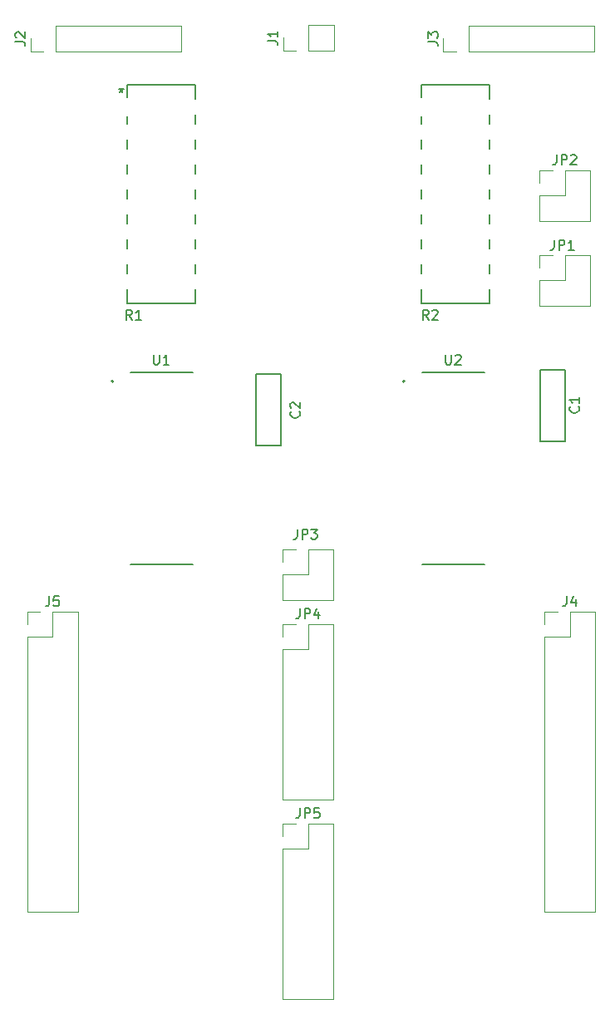
<source format=gbr>
%TF.GenerationSoftware,KiCad,Pcbnew,8.0.6*%
%TF.CreationDate,2024-12-14T14:17:38+01:00*%
%TF.ProjectId,satellite_board_6_keys,73617465-6c6c-4697-9465-5f626f617264,0*%
%TF.SameCoordinates,Original*%
%TF.FileFunction,Legend,Top*%
%TF.FilePolarity,Positive*%
%FSLAX46Y46*%
G04 Gerber Fmt 4.6, Leading zero omitted, Abs format (unit mm)*
G04 Created by KiCad (PCBNEW 8.0.6) date 2024-12-14 14:17:38*
%MOMM*%
%LPD*%
G01*
G04 APERTURE LIST*
%ADD10C,0.150000*%
%ADD11C,0.120000*%
%ADD12C,0.152400*%
%ADD13C,0.127000*%
%ADD14C,0.200000*%
G04 APERTURE END LIST*
D10*
X91741666Y-98724819D02*
X91741666Y-99439104D01*
X91741666Y-99439104D02*
X91694047Y-99581961D01*
X91694047Y-99581961D02*
X91598809Y-99677200D01*
X91598809Y-99677200D02*
X91455952Y-99724819D01*
X91455952Y-99724819D02*
X91360714Y-99724819D01*
X92694047Y-98724819D02*
X92217857Y-98724819D01*
X92217857Y-98724819D02*
X92170238Y-99201009D01*
X92170238Y-99201009D02*
X92217857Y-99153390D01*
X92217857Y-99153390D02*
X92313095Y-99105771D01*
X92313095Y-99105771D02*
X92551190Y-99105771D01*
X92551190Y-99105771D02*
X92646428Y-99153390D01*
X92646428Y-99153390D02*
X92694047Y-99201009D01*
X92694047Y-99201009D02*
X92741666Y-99296247D01*
X92741666Y-99296247D02*
X92741666Y-99534342D01*
X92741666Y-99534342D02*
X92694047Y-99629580D01*
X92694047Y-99629580D02*
X92646428Y-99677200D01*
X92646428Y-99677200D02*
X92551190Y-99724819D01*
X92551190Y-99724819D02*
X92313095Y-99724819D01*
X92313095Y-99724819D02*
X92217857Y-99677200D01*
X92217857Y-99677200D02*
X92170238Y-99629580D01*
X88274819Y-42248333D02*
X88989104Y-42248333D01*
X88989104Y-42248333D02*
X89131961Y-42295952D01*
X89131961Y-42295952D02*
X89227200Y-42391190D01*
X89227200Y-42391190D02*
X89274819Y-42534047D01*
X89274819Y-42534047D02*
X89274819Y-42629285D01*
X88370057Y-41819761D02*
X88322438Y-41772142D01*
X88322438Y-41772142D02*
X88274819Y-41676904D01*
X88274819Y-41676904D02*
X88274819Y-41438809D01*
X88274819Y-41438809D02*
X88322438Y-41343571D01*
X88322438Y-41343571D02*
X88370057Y-41295952D01*
X88370057Y-41295952D02*
X88465295Y-41248333D01*
X88465295Y-41248333D02*
X88560533Y-41248333D01*
X88560533Y-41248333D02*
X88703390Y-41295952D01*
X88703390Y-41295952D02*
X89274819Y-41867380D01*
X89274819Y-41867380D02*
X89274819Y-41248333D01*
X143438666Y-53766819D02*
X143438666Y-54481104D01*
X143438666Y-54481104D02*
X143391047Y-54623961D01*
X143391047Y-54623961D02*
X143295809Y-54719200D01*
X143295809Y-54719200D02*
X143152952Y-54766819D01*
X143152952Y-54766819D02*
X143057714Y-54766819D01*
X143914857Y-54766819D02*
X143914857Y-53766819D01*
X143914857Y-53766819D02*
X144295809Y-53766819D01*
X144295809Y-53766819D02*
X144391047Y-53814438D01*
X144391047Y-53814438D02*
X144438666Y-53862057D01*
X144438666Y-53862057D02*
X144486285Y-53957295D01*
X144486285Y-53957295D02*
X144486285Y-54100152D01*
X144486285Y-54100152D02*
X144438666Y-54195390D01*
X144438666Y-54195390D02*
X144391047Y-54243009D01*
X144391047Y-54243009D02*
X144295809Y-54290628D01*
X144295809Y-54290628D02*
X143914857Y-54290628D01*
X144867238Y-53862057D02*
X144914857Y-53814438D01*
X144914857Y-53814438D02*
X145010095Y-53766819D01*
X145010095Y-53766819D02*
X145248190Y-53766819D01*
X145248190Y-53766819D02*
X145343428Y-53814438D01*
X145343428Y-53814438D02*
X145391047Y-53862057D01*
X145391047Y-53862057D02*
X145438666Y-53957295D01*
X145438666Y-53957295D02*
X145438666Y-54052533D01*
X145438666Y-54052533D02*
X145391047Y-54195390D01*
X145391047Y-54195390D02*
X144819619Y-54766819D01*
X144819619Y-54766819D02*
X145438666Y-54766819D01*
X117276666Y-99994819D02*
X117276666Y-100709104D01*
X117276666Y-100709104D02*
X117229047Y-100851961D01*
X117229047Y-100851961D02*
X117133809Y-100947200D01*
X117133809Y-100947200D02*
X116990952Y-100994819D01*
X116990952Y-100994819D02*
X116895714Y-100994819D01*
X117752857Y-100994819D02*
X117752857Y-99994819D01*
X117752857Y-99994819D02*
X118133809Y-99994819D01*
X118133809Y-99994819D02*
X118229047Y-100042438D01*
X118229047Y-100042438D02*
X118276666Y-100090057D01*
X118276666Y-100090057D02*
X118324285Y-100185295D01*
X118324285Y-100185295D02*
X118324285Y-100328152D01*
X118324285Y-100328152D02*
X118276666Y-100423390D01*
X118276666Y-100423390D02*
X118229047Y-100471009D01*
X118229047Y-100471009D02*
X118133809Y-100518628D01*
X118133809Y-100518628D02*
X117752857Y-100518628D01*
X119181428Y-100328152D02*
X119181428Y-100994819D01*
X118943333Y-99947200D02*
X118705238Y-100661485D01*
X118705238Y-100661485D02*
X119324285Y-100661485D01*
X117022666Y-91910819D02*
X117022666Y-92625104D01*
X117022666Y-92625104D02*
X116975047Y-92767961D01*
X116975047Y-92767961D02*
X116879809Y-92863200D01*
X116879809Y-92863200D02*
X116736952Y-92910819D01*
X116736952Y-92910819D02*
X116641714Y-92910819D01*
X117498857Y-92910819D02*
X117498857Y-91910819D01*
X117498857Y-91910819D02*
X117879809Y-91910819D01*
X117879809Y-91910819D02*
X117975047Y-91958438D01*
X117975047Y-91958438D02*
X118022666Y-92006057D01*
X118022666Y-92006057D02*
X118070285Y-92101295D01*
X118070285Y-92101295D02*
X118070285Y-92244152D01*
X118070285Y-92244152D02*
X118022666Y-92339390D01*
X118022666Y-92339390D02*
X117975047Y-92387009D01*
X117975047Y-92387009D02*
X117879809Y-92434628D01*
X117879809Y-92434628D02*
X117498857Y-92434628D01*
X118403619Y-91910819D02*
X119022666Y-91910819D01*
X119022666Y-91910819D02*
X118689333Y-92291771D01*
X118689333Y-92291771D02*
X118832190Y-92291771D01*
X118832190Y-92291771D02*
X118927428Y-92339390D01*
X118927428Y-92339390D02*
X118975047Y-92387009D01*
X118975047Y-92387009D02*
X119022666Y-92482247D01*
X119022666Y-92482247D02*
X119022666Y-92720342D01*
X119022666Y-92720342D02*
X118975047Y-92815580D01*
X118975047Y-92815580D02*
X118927428Y-92863200D01*
X118927428Y-92863200D02*
X118832190Y-92910819D01*
X118832190Y-92910819D02*
X118546476Y-92910819D01*
X118546476Y-92910819D02*
X118451238Y-92863200D01*
X118451238Y-92863200D02*
X118403619Y-92815580D01*
X143184666Y-62446819D02*
X143184666Y-63161104D01*
X143184666Y-63161104D02*
X143137047Y-63303961D01*
X143137047Y-63303961D02*
X143041809Y-63399200D01*
X143041809Y-63399200D02*
X142898952Y-63446819D01*
X142898952Y-63446819D02*
X142803714Y-63446819D01*
X143660857Y-63446819D02*
X143660857Y-62446819D01*
X143660857Y-62446819D02*
X144041809Y-62446819D01*
X144041809Y-62446819D02*
X144137047Y-62494438D01*
X144137047Y-62494438D02*
X144184666Y-62542057D01*
X144184666Y-62542057D02*
X144232285Y-62637295D01*
X144232285Y-62637295D02*
X144232285Y-62780152D01*
X144232285Y-62780152D02*
X144184666Y-62875390D01*
X144184666Y-62875390D02*
X144137047Y-62923009D01*
X144137047Y-62923009D02*
X144041809Y-62970628D01*
X144041809Y-62970628D02*
X143660857Y-62970628D01*
X145184666Y-63446819D02*
X144613238Y-63446819D01*
X144898952Y-63446819D02*
X144898952Y-62446819D01*
X144898952Y-62446819D02*
X144803714Y-62589676D01*
X144803714Y-62589676D02*
X144708476Y-62684914D01*
X144708476Y-62684914D02*
X144613238Y-62732533D01*
X100163333Y-70558819D02*
X99830000Y-70082628D01*
X99591905Y-70558819D02*
X99591905Y-69558819D01*
X99591905Y-69558819D02*
X99972857Y-69558819D01*
X99972857Y-69558819D02*
X100068095Y-69606438D01*
X100068095Y-69606438D02*
X100115714Y-69654057D01*
X100115714Y-69654057D02*
X100163333Y-69749295D01*
X100163333Y-69749295D02*
X100163333Y-69892152D01*
X100163333Y-69892152D02*
X100115714Y-69987390D01*
X100115714Y-69987390D02*
X100068095Y-70035009D01*
X100068095Y-70035009D02*
X99972857Y-70082628D01*
X99972857Y-70082628D02*
X99591905Y-70082628D01*
X101115714Y-70558819D02*
X100544286Y-70558819D01*
X100830000Y-70558819D02*
X100830000Y-69558819D01*
X100830000Y-69558819D02*
X100734762Y-69701676D01*
X100734762Y-69701676D02*
X100639524Y-69796914D01*
X100639524Y-69796914D02*
X100544286Y-69844533D01*
X99060000Y-46940119D02*
X99060000Y-47178214D01*
X98821905Y-47082976D02*
X99060000Y-47178214D01*
X99060000Y-47178214D02*
X99298095Y-47082976D01*
X98917143Y-47368690D02*
X99060000Y-47178214D01*
X99060000Y-47178214D02*
X99202857Y-47368690D01*
X145647580Y-79414666D02*
X145695200Y-79462285D01*
X145695200Y-79462285D02*
X145742819Y-79605142D01*
X145742819Y-79605142D02*
X145742819Y-79700380D01*
X145742819Y-79700380D02*
X145695200Y-79843237D01*
X145695200Y-79843237D02*
X145599961Y-79938475D01*
X145599961Y-79938475D02*
X145504723Y-79986094D01*
X145504723Y-79986094D02*
X145314247Y-80033713D01*
X145314247Y-80033713D02*
X145171390Y-80033713D01*
X145171390Y-80033713D02*
X144980914Y-79986094D01*
X144980914Y-79986094D02*
X144885676Y-79938475D01*
X144885676Y-79938475D02*
X144790438Y-79843237D01*
X144790438Y-79843237D02*
X144742819Y-79700380D01*
X144742819Y-79700380D02*
X144742819Y-79605142D01*
X144742819Y-79605142D02*
X144790438Y-79462285D01*
X144790438Y-79462285D02*
X144838057Y-79414666D01*
X145742819Y-78462285D02*
X145742819Y-79033713D01*
X145742819Y-78747999D02*
X144742819Y-78747999D01*
X144742819Y-78747999D02*
X144885676Y-78843237D01*
X144885676Y-78843237D02*
X144980914Y-78938475D01*
X144980914Y-78938475D02*
X145028533Y-79033713D01*
X130319819Y-42243333D02*
X131034104Y-42243333D01*
X131034104Y-42243333D02*
X131176961Y-42290952D01*
X131176961Y-42290952D02*
X131272200Y-42386190D01*
X131272200Y-42386190D02*
X131319819Y-42529047D01*
X131319819Y-42529047D02*
X131319819Y-42624285D01*
X130319819Y-41862380D02*
X130319819Y-41243333D01*
X130319819Y-41243333D02*
X130700771Y-41576666D01*
X130700771Y-41576666D02*
X130700771Y-41433809D01*
X130700771Y-41433809D02*
X130748390Y-41338571D01*
X130748390Y-41338571D02*
X130796009Y-41290952D01*
X130796009Y-41290952D02*
X130891247Y-41243333D01*
X130891247Y-41243333D02*
X131129342Y-41243333D01*
X131129342Y-41243333D02*
X131224580Y-41290952D01*
X131224580Y-41290952D02*
X131272200Y-41338571D01*
X131272200Y-41338571D02*
X131319819Y-41433809D01*
X131319819Y-41433809D02*
X131319819Y-41719523D01*
X131319819Y-41719523D02*
X131272200Y-41814761D01*
X131272200Y-41814761D02*
X131224580Y-41862380D01*
X130389333Y-70558819D02*
X130056000Y-70082628D01*
X129817905Y-70558819D02*
X129817905Y-69558819D01*
X129817905Y-69558819D02*
X130198857Y-69558819D01*
X130198857Y-69558819D02*
X130294095Y-69606438D01*
X130294095Y-69606438D02*
X130341714Y-69654057D01*
X130341714Y-69654057D02*
X130389333Y-69749295D01*
X130389333Y-69749295D02*
X130389333Y-69892152D01*
X130389333Y-69892152D02*
X130341714Y-69987390D01*
X130341714Y-69987390D02*
X130294095Y-70035009D01*
X130294095Y-70035009D02*
X130198857Y-70082628D01*
X130198857Y-70082628D02*
X129817905Y-70082628D01*
X130770286Y-69654057D02*
X130817905Y-69606438D01*
X130817905Y-69606438D02*
X130913143Y-69558819D01*
X130913143Y-69558819D02*
X131151238Y-69558819D01*
X131151238Y-69558819D02*
X131246476Y-69606438D01*
X131246476Y-69606438D02*
X131294095Y-69654057D01*
X131294095Y-69654057D02*
X131341714Y-69749295D01*
X131341714Y-69749295D02*
X131341714Y-69844533D01*
X131341714Y-69844533D02*
X131294095Y-69987390D01*
X131294095Y-69987390D02*
X130722667Y-70558819D01*
X130722667Y-70558819D02*
X131341714Y-70558819D01*
X114009819Y-42173333D02*
X114724104Y-42173333D01*
X114724104Y-42173333D02*
X114866961Y-42220952D01*
X114866961Y-42220952D02*
X114962200Y-42316190D01*
X114962200Y-42316190D02*
X115009819Y-42459047D01*
X115009819Y-42459047D02*
X115009819Y-42554285D01*
X115009819Y-41173333D02*
X115009819Y-41744761D01*
X115009819Y-41459047D02*
X114009819Y-41459047D01*
X114009819Y-41459047D02*
X114152676Y-41554285D01*
X114152676Y-41554285D02*
X114247914Y-41649523D01*
X114247914Y-41649523D02*
X114295533Y-41744761D01*
X117199580Y-79922666D02*
X117247200Y-79970285D01*
X117247200Y-79970285D02*
X117294819Y-80113142D01*
X117294819Y-80113142D02*
X117294819Y-80208380D01*
X117294819Y-80208380D02*
X117247200Y-80351237D01*
X117247200Y-80351237D02*
X117151961Y-80446475D01*
X117151961Y-80446475D02*
X117056723Y-80494094D01*
X117056723Y-80494094D02*
X116866247Y-80541713D01*
X116866247Y-80541713D02*
X116723390Y-80541713D01*
X116723390Y-80541713D02*
X116532914Y-80494094D01*
X116532914Y-80494094D02*
X116437676Y-80446475D01*
X116437676Y-80446475D02*
X116342438Y-80351237D01*
X116342438Y-80351237D02*
X116294819Y-80208380D01*
X116294819Y-80208380D02*
X116294819Y-80113142D01*
X116294819Y-80113142D02*
X116342438Y-79970285D01*
X116342438Y-79970285D02*
X116390057Y-79922666D01*
X116390057Y-79541713D02*
X116342438Y-79494094D01*
X116342438Y-79494094D02*
X116294819Y-79398856D01*
X116294819Y-79398856D02*
X116294819Y-79160761D01*
X116294819Y-79160761D02*
X116342438Y-79065523D01*
X116342438Y-79065523D02*
X116390057Y-79017904D01*
X116390057Y-79017904D02*
X116485295Y-78970285D01*
X116485295Y-78970285D02*
X116580533Y-78970285D01*
X116580533Y-78970285D02*
X116723390Y-79017904D01*
X116723390Y-79017904D02*
X117294819Y-79589332D01*
X117294819Y-79589332D02*
X117294819Y-78970285D01*
X102362095Y-74130819D02*
X102362095Y-74940342D01*
X102362095Y-74940342D02*
X102409714Y-75035580D01*
X102409714Y-75035580D02*
X102457333Y-75083200D01*
X102457333Y-75083200D02*
X102552571Y-75130819D01*
X102552571Y-75130819D02*
X102743047Y-75130819D01*
X102743047Y-75130819D02*
X102838285Y-75083200D01*
X102838285Y-75083200D02*
X102885904Y-75035580D01*
X102885904Y-75035580D02*
X102933523Y-74940342D01*
X102933523Y-74940342D02*
X102933523Y-74130819D01*
X103933523Y-75130819D02*
X103362095Y-75130819D01*
X103647809Y-75130819D02*
X103647809Y-74130819D01*
X103647809Y-74130819D02*
X103552571Y-74273676D01*
X103552571Y-74273676D02*
X103457333Y-74368914D01*
X103457333Y-74368914D02*
X103362095Y-74416533D01*
X144446666Y-98724819D02*
X144446666Y-99439104D01*
X144446666Y-99439104D02*
X144399047Y-99581961D01*
X144399047Y-99581961D02*
X144303809Y-99677200D01*
X144303809Y-99677200D02*
X144160952Y-99724819D01*
X144160952Y-99724819D02*
X144065714Y-99724819D01*
X145351428Y-99058152D02*
X145351428Y-99724819D01*
X145113333Y-98677200D02*
X144875238Y-99391485D01*
X144875238Y-99391485D02*
X145494285Y-99391485D01*
X117276666Y-120314819D02*
X117276666Y-121029104D01*
X117276666Y-121029104D02*
X117229047Y-121171961D01*
X117229047Y-121171961D02*
X117133809Y-121267200D01*
X117133809Y-121267200D02*
X116990952Y-121314819D01*
X116990952Y-121314819D02*
X116895714Y-121314819D01*
X117752857Y-121314819D02*
X117752857Y-120314819D01*
X117752857Y-120314819D02*
X118133809Y-120314819D01*
X118133809Y-120314819D02*
X118229047Y-120362438D01*
X118229047Y-120362438D02*
X118276666Y-120410057D01*
X118276666Y-120410057D02*
X118324285Y-120505295D01*
X118324285Y-120505295D02*
X118324285Y-120648152D01*
X118324285Y-120648152D02*
X118276666Y-120743390D01*
X118276666Y-120743390D02*
X118229047Y-120791009D01*
X118229047Y-120791009D02*
X118133809Y-120838628D01*
X118133809Y-120838628D02*
X117752857Y-120838628D01*
X119229047Y-120314819D02*
X118752857Y-120314819D01*
X118752857Y-120314819D02*
X118705238Y-120791009D01*
X118705238Y-120791009D02*
X118752857Y-120743390D01*
X118752857Y-120743390D02*
X118848095Y-120695771D01*
X118848095Y-120695771D02*
X119086190Y-120695771D01*
X119086190Y-120695771D02*
X119181428Y-120743390D01*
X119181428Y-120743390D02*
X119229047Y-120791009D01*
X119229047Y-120791009D02*
X119276666Y-120886247D01*
X119276666Y-120886247D02*
X119276666Y-121124342D01*
X119276666Y-121124342D02*
X119229047Y-121219580D01*
X119229047Y-121219580D02*
X119181428Y-121267200D01*
X119181428Y-121267200D02*
X119086190Y-121314819D01*
X119086190Y-121314819D02*
X118848095Y-121314819D01*
X118848095Y-121314819D02*
X118752857Y-121267200D01*
X118752857Y-121267200D02*
X118705238Y-121219580D01*
X132113095Y-74130819D02*
X132113095Y-74940342D01*
X132113095Y-74940342D02*
X132160714Y-75035580D01*
X132160714Y-75035580D02*
X132208333Y-75083200D01*
X132208333Y-75083200D02*
X132303571Y-75130819D01*
X132303571Y-75130819D02*
X132494047Y-75130819D01*
X132494047Y-75130819D02*
X132589285Y-75083200D01*
X132589285Y-75083200D02*
X132636904Y-75035580D01*
X132636904Y-75035580D02*
X132684523Y-74940342D01*
X132684523Y-74940342D02*
X132684523Y-74130819D01*
X133113095Y-74226057D02*
X133160714Y-74178438D01*
X133160714Y-74178438D02*
X133255952Y-74130819D01*
X133255952Y-74130819D02*
X133494047Y-74130819D01*
X133494047Y-74130819D02*
X133589285Y-74178438D01*
X133589285Y-74178438D02*
X133636904Y-74226057D01*
X133636904Y-74226057D02*
X133684523Y-74321295D01*
X133684523Y-74321295D02*
X133684523Y-74416533D01*
X133684523Y-74416533D02*
X133636904Y-74559390D01*
X133636904Y-74559390D02*
X133065476Y-75130819D01*
X133065476Y-75130819D02*
X133684523Y-75130819D01*
D11*
%TO.C,J5*%
X89475000Y-100270000D02*
X90805000Y-100270000D01*
X89475000Y-101600000D02*
X89475000Y-100270000D01*
X89475000Y-102870000D02*
X89475000Y-130870000D01*
X89475000Y-102870000D02*
X92075000Y-102870000D01*
X89475000Y-130870000D02*
X94675000Y-130870000D01*
X92075000Y-100270000D02*
X94675000Y-100270000D01*
X92075000Y-102870000D02*
X92075000Y-100270000D01*
X94675000Y-100270000D02*
X94675000Y-130870000D01*
%TO.C,J2*%
X89820000Y-43245000D02*
X89820000Y-41915000D01*
X91150000Y-43245000D02*
X89820000Y-43245000D01*
X92420000Y-40585000D02*
X105180000Y-40585000D01*
X92420000Y-43245000D02*
X92420000Y-40585000D01*
X92420000Y-43245000D02*
X105180000Y-43245000D01*
X105180000Y-43245000D02*
X105180000Y-40585000D01*
%TO.C,JP2*%
X141672000Y-55312000D02*
X143002000Y-55312000D01*
X141672000Y-56642000D02*
X141672000Y-55312000D01*
X141672000Y-57912000D02*
X141672000Y-60512000D01*
X141672000Y-57912000D02*
X144272000Y-57912000D01*
X141672000Y-60512000D02*
X146872000Y-60512000D01*
X144272000Y-55312000D02*
X146872000Y-55312000D01*
X144272000Y-57912000D02*
X144272000Y-55312000D01*
X146872000Y-55312000D02*
X146872000Y-60512000D01*
%TO.C,JP4*%
X115510000Y-101540000D02*
X116840000Y-101540000D01*
X115510000Y-102870000D02*
X115510000Y-101540000D01*
X115510000Y-104140000D02*
X115510000Y-119440000D01*
X115510000Y-104140000D02*
X118110000Y-104140000D01*
X115510000Y-119440000D02*
X120710000Y-119440000D01*
X118110000Y-101540000D02*
X120710000Y-101540000D01*
X118110000Y-104140000D02*
X118110000Y-101540000D01*
X120710000Y-101540000D02*
X120710000Y-119440000D01*
%TO.C,JP3*%
X115510000Y-93920000D02*
X116840000Y-93920000D01*
X115510000Y-95250000D02*
X115510000Y-93920000D01*
X115510000Y-96520000D02*
X115510000Y-99120000D01*
X115510000Y-96520000D02*
X118110000Y-96520000D01*
X115510000Y-99120000D02*
X120710000Y-99120000D01*
X118110000Y-93920000D02*
X120710000Y-93920000D01*
X118110000Y-96520000D02*
X118110000Y-93920000D01*
X120710000Y-93920000D02*
X120710000Y-99120000D01*
%TO.C,JP1*%
X141672000Y-63948000D02*
X143002000Y-63948000D01*
X141672000Y-65278000D02*
X141672000Y-63948000D01*
X141672000Y-66548000D02*
X141672000Y-69148000D01*
X141672000Y-66548000D02*
X144272000Y-66548000D01*
X141672000Y-69148000D02*
X146872000Y-69148000D01*
X144272000Y-63948000D02*
X146872000Y-63948000D01*
X144272000Y-66548000D02*
X144272000Y-63948000D01*
X146872000Y-63948000D02*
X146872000Y-69148000D01*
D12*
%TO.C,R1*%
X99631500Y-46672500D02*
X99631500Y-47914560D01*
X99631500Y-49875440D02*
X99631500Y-50638351D01*
X99631500Y-52231649D02*
X99631500Y-53178351D01*
X99631500Y-54771649D02*
X99631500Y-55718351D01*
X99631500Y-57311649D02*
X99631500Y-58258351D01*
X99631500Y-59851649D02*
X99631500Y-60798351D01*
X99631500Y-62391649D02*
X99631500Y-63338351D01*
X99631500Y-64931649D02*
X99631500Y-65878351D01*
X99631500Y-67471649D02*
X99631500Y-68897500D01*
X99631500Y-68897500D02*
X106616500Y-68897500D01*
X106616500Y-46672500D02*
X99631500Y-46672500D01*
X106616500Y-48098351D02*
X106616500Y-46672500D01*
X106616500Y-50638351D02*
X106616500Y-49691649D01*
X106616500Y-53178351D02*
X106616500Y-52231649D01*
X106616500Y-55718351D02*
X106616500Y-54771649D01*
X106616500Y-58258351D02*
X106616500Y-57311649D01*
X106616500Y-60798351D02*
X106616500Y-59851649D01*
X106616500Y-63338351D02*
X106616500Y-62391649D01*
X106616500Y-65878351D02*
X106616500Y-64931649D01*
X106616500Y-68897500D02*
X106616500Y-67471649D01*
D13*
%TO.C,C1*%
X141752000Y-75685000D02*
X141752000Y-82985000D01*
X144252000Y-75685000D02*
X141752000Y-75685000D01*
X144252000Y-75685000D02*
X144252000Y-82985000D01*
X144252000Y-82985000D02*
X141752000Y-82985000D01*
D11*
%TO.C,J3*%
X131865000Y-43240000D02*
X131865000Y-41910000D01*
X133195000Y-43240000D02*
X131865000Y-43240000D01*
X134465000Y-40580000D02*
X147225000Y-40580000D01*
X134465000Y-43240000D02*
X134465000Y-40580000D01*
X134465000Y-43240000D02*
X147225000Y-43240000D01*
X147225000Y-43240000D02*
X147225000Y-40580000D01*
D12*
%TO.C,R2*%
X129603500Y-46672500D02*
X129603500Y-47914560D01*
X129603500Y-49875440D02*
X129603500Y-50638351D01*
X129603500Y-52231649D02*
X129603500Y-53178351D01*
X129603500Y-54771649D02*
X129603500Y-55718351D01*
X129603500Y-57311649D02*
X129603500Y-58258351D01*
X129603500Y-59851649D02*
X129603500Y-60798351D01*
X129603500Y-62391649D02*
X129603500Y-63338351D01*
X129603500Y-64931649D02*
X129603500Y-65878351D01*
X129603500Y-67471649D02*
X129603500Y-68897500D01*
X129603500Y-68897500D02*
X136588500Y-68897500D01*
X136588500Y-46672500D02*
X129603500Y-46672500D01*
X136588500Y-48098351D02*
X136588500Y-46672500D01*
X136588500Y-50638351D02*
X136588500Y-49691649D01*
X136588500Y-53178351D02*
X136588500Y-52231649D01*
X136588500Y-55718351D02*
X136588500Y-54771649D01*
X136588500Y-58258351D02*
X136588500Y-57311649D01*
X136588500Y-60798351D02*
X136588500Y-59851649D01*
X136588500Y-63338351D02*
X136588500Y-62391649D01*
X136588500Y-65878351D02*
X136588500Y-64931649D01*
X136588500Y-68897500D02*
X136588500Y-67471649D01*
D11*
%TO.C,J1*%
X115555000Y-43170000D02*
X115555000Y-41840000D01*
X116885000Y-43170000D02*
X115555000Y-43170000D01*
X118155000Y-40510000D02*
X120755000Y-40510000D01*
X118155000Y-43170000D02*
X118155000Y-40510000D01*
X118155000Y-43170000D02*
X120755000Y-43170000D01*
X120755000Y-43170000D02*
X120755000Y-40510000D01*
D13*
%TO.C,C2*%
X112796000Y-76106000D02*
X112796000Y-83406000D01*
X115296000Y-76106000D02*
X112796000Y-76106000D01*
X115296000Y-76106000D02*
X115296000Y-83406000D01*
X115296000Y-83406000D02*
X112796000Y-83406000D01*
%TO.C,U1*%
X100043000Y-75950000D02*
X106393000Y-75950000D01*
X100043000Y-95500000D02*
X106393000Y-95500000D01*
D14*
X98283000Y-76835000D02*
G75*
G02*
X98083000Y-76835000I-100000J0D01*
G01*
X98083000Y-76835000D02*
G75*
G02*
X98283000Y-76835000I100000J0D01*
G01*
D11*
%TO.C,J4*%
X142180000Y-100270000D02*
X143510000Y-100270000D01*
X142180000Y-101600000D02*
X142180000Y-100270000D01*
X142180000Y-102870000D02*
X142180000Y-130870000D01*
X142180000Y-102870000D02*
X144780000Y-102870000D01*
X142180000Y-130870000D02*
X147380000Y-130870000D01*
X144780000Y-100270000D02*
X147380000Y-100270000D01*
X144780000Y-102870000D02*
X144780000Y-100270000D01*
X147380000Y-100270000D02*
X147380000Y-130870000D01*
%TO.C,JP5*%
X115510000Y-121860000D02*
X116840000Y-121860000D01*
X115510000Y-123190000D02*
X115510000Y-121860000D01*
X115510000Y-124460000D02*
X115510000Y-139760000D01*
X115510000Y-124460000D02*
X118110000Y-124460000D01*
X115510000Y-139760000D02*
X120710000Y-139760000D01*
X118110000Y-121860000D02*
X120710000Y-121860000D01*
X118110000Y-124460000D02*
X118110000Y-121860000D01*
X120710000Y-121860000D02*
X120710000Y-139760000D01*
D13*
%TO.C,U2*%
X129700000Y-75950000D02*
X136050000Y-75950000D01*
X129700000Y-95500000D02*
X136050000Y-95500000D01*
D14*
X127940000Y-76835000D02*
G75*
G02*
X127740000Y-76835000I-100000J0D01*
G01*
X127740000Y-76835000D02*
G75*
G02*
X127940000Y-76835000I100000J0D01*
G01*
%TD*%
M02*

</source>
